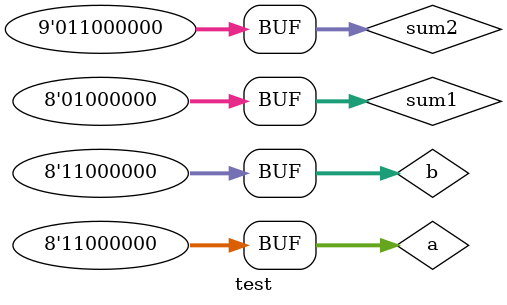
<source format=v>
module test;
	wire [7:0] a = 8'b11000000;
	wire [7:0] b = 8'b11000000;
	wire [7:0] sum1;
	wire [8:0] sum2;

	assign sum1 = (a+b) >> 1;
	assign sum2 = (0+a+b) >> 1;
	initial
	$monitor("sum1=%0b\nsum2=%0b", sum1, sum2);
endmodule

// $ vvp test
// sum1=1000000
// sum2=11000000


</source>
